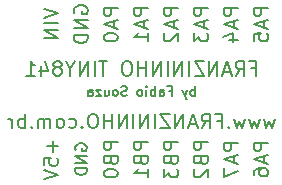
<source format=gbo>
G04 #@! TF.GenerationSoftware,KiCad,Pcbnew,(5.0.0)*
G04 #@! TF.CreationDate,2018-08-19T14:30:57-03:00*
G04 #@! TF.ProjectId,franzininho-tiny841,6672616E7A696E696E686F2D74696E79,rev?*
G04 #@! TF.SameCoordinates,Original*
G04 #@! TF.FileFunction,Legend,Bot*
G04 #@! TF.FilePolarity,Positive*
%FSLAX46Y46*%
G04 Gerber Fmt 4.6, Leading zero omitted, Abs format (unit mm)*
G04 Created by KiCad (PCBNEW (5.0.0)) date 08/19/18 14:30:57*
%MOMM*%
%LPD*%
G01*
G04 APERTURE LIST*
%ADD10C,0.200000*%
G04 APERTURE END LIST*
D10*
X209377142Y-115312857D02*
X209148571Y-116112857D01*
X208920000Y-115541428D01*
X208691428Y-116112857D01*
X208462857Y-115312857D01*
X208120000Y-115312857D02*
X207891428Y-116112857D01*
X207662857Y-115541428D01*
X207434285Y-116112857D01*
X207205714Y-115312857D01*
X206862857Y-115312857D02*
X206634285Y-116112857D01*
X206405714Y-115541428D01*
X206177142Y-116112857D01*
X205948571Y-115312857D01*
X205491428Y-115998571D02*
X205434285Y-116055714D01*
X205491428Y-116112857D01*
X205548571Y-116055714D01*
X205491428Y-115998571D01*
X205491428Y-116112857D01*
X204520000Y-115484285D02*
X204920000Y-115484285D01*
X204920000Y-116112857D02*
X204920000Y-114912857D01*
X204348571Y-114912857D01*
X203205714Y-116112857D02*
X203605714Y-115541428D01*
X203891428Y-116112857D02*
X203891428Y-114912857D01*
X203434285Y-114912857D01*
X203320000Y-114970000D01*
X203262857Y-115027142D01*
X203205714Y-115141428D01*
X203205714Y-115312857D01*
X203262857Y-115427142D01*
X203320000Y-115484285D01*
X203434285Y-115541428D01*
X203891428Y-115541428D01*
X202748571Y-115770000D02*
X202177142Y-115770000D01*
X202862857Y-116112857D02*
X202462857Y-114912857D01*
X202062857Y-116112857D01*
X201662857Y-116112857D02*
X201662857Y-114912857D01*
X200977142Y-116112857D01*
X200977142Y-114912857D01*
X200520000Y-114912857D02*
X199720000Y-114912857D01*
X200520000Y-116112857D01*
X199720000Y-116112857D01*
X199262857Y-116112857D02*
X199262857Y-114912857D01*
X198691428Y-116112857D02*
X198691428Y-114912857D01*
X198005714Y-116112857D01*
X198005714Y-114912857D01*
X197434285Y-116112857D02*
X197434285Y-114912857D01*
X196862857Y-116112857D02*
X196862857Y-114912857D01*
X196177142Y-116112857D01*
X196177142Y-114912857D01*
X195605714Y-116112857D02*
X195605714Y-114912857D01*
X195605714Y-115484285D02*
X194920000Y-115484285D01*
X194920000Y-116112857D02*
X194920000Y-114912857D01*
X194120000Y-114912857D02*
X193891428Y-114912857D01*
X193777142Y-114970000D01*
X193662857Y-115084285D01*
X193605714Y-115312857D01*
X193605714Y-115712857D01*
X193662857Y-115941428D01*
X193777142Y-116055714D01*
X193891428Y-116112857D01*
X194120000Y-116112857D01*
X194234285Y-116055714D01*
X194348571Y-115941428D01*
X194405714Y-115712857D01*
X194405714Y-115312857D01*
X194348571Y-115084285D01*
X194234285Y-114970000D01*
X194120000Y-114912857D01*
X193091428Y-115998571D02*
X193034285Y-116055714D01*
X193091428Y-116112857D01*
X193148571Y-116055714D01*
X193091428Y-115998571D01*
X193091428Y-116112857D01*
X192005714Y-116055714D02*
X192120000Y-116112857D01*
X192348571Y-116112857D01*
X192462857Y-116055714D01*
X192520000Y-115998571D01*
X192577142Y-115884285D01*
X192577142Y-115541428D01*
X192520000Y-115427142D01*
X192462857Y-115370000D01*
X192348571Y-115312857D01*
X192120000Y-115312857D01*
X192005714Y-115370000D01*
X191320000Y-116112857D02*
X191434285Y-116055714D01*
X191491428Y-115998571D01*
X191548571Y-115884285D01*
X191548571Y-115541428D01*
X191491428Y-115427142D01*
X191434285Y-115370000D01*
X191320000Y-115312857D01*
X191148571Y-115312857D01*
X191034285Y-115370000D01*
X190977142Y-115427142D01*
X190920000Y-115541428D01*
X190920000Y-115884285D01*
X190977142Y-115998571D01*
X191034285Y-116055714D01*
X191148571Y-116112857D01*
X191320000Y-116112857D01*
X190405714Y-116112857D02*
X190405714Y-115312857D01*
X190405714Y-115427142D02*
X190348571Y-115370000D01*
X190234285Y-115312857D01*
X190062857Y-115312857D01*
X189948571Y-115370000D01*
X189891428Y-115484285D01*
X189891428Y-116112857D01*
X189891428Y-115484285D02*
X189834285Y-115370000D01*
X189720000Y-115312857D01*
X189548571Y-115312857D01*
X189434285Y-115370000D01*
X189377142Y-115484285D01*
X189377142Y-116112857D01*
X188805714Y-115998571D02*
X188748571Y-116055714D01*
X188805714Y-116112857D01*
X188862857Y-116055714D01*
X188805714Y-115998571D01*
X188805714Y-116112857D01*
X188234285Y-116112857D02*
X188234285Y-114912857D01*
X188234285Y-115370000D02*
X188120000Y-115312857D01*
X187891428Y-115312857D01*
X187777142Y-115370000D01*
X187720000Y-115427142D01*
X187662857Y-115541428D01*
X187662857Y-115884285D01*
X187720000Y-115998571D01*
X187777142Y-116055714D01*
X187891428Y-116112857D01*
X188120000Y-116112857D01*
X188234285Y-116055714D01*
X187148571Y-116112857D02*
X187148571Y-115312857D01*
X187148571Y-115541428D02*
X187091428Y-115427142D01*
X187034285Y-115370000D01*
X186920000Y-115312857D01*
X186805714Y-115312857D01*
X202615238Y-113391904D02*
X202615238Y-112591904D01*
X202615238Y-112896666D02*
X202539047Y-112858571D01*
X202386666Y-112858571D01*
X202310476Y-112896666D01*
X202272380Y-112934761D01*
X202234285Y-113010952D01*
X202234285Y-113239523D01*
X202272380Y-113315714D01*
X202310476Y-113353809D01*
X202386666Y-113391904D01*
X202539047Y-113391904D01*
X202615238Y-113353809D01*
X201967619Y-112858571D02*
X201777142Y-113391904D01*
X201586666Y-112858571D02*
X201777142Y-113391904D01*
X201853333Y-113582380D01*
X201891428Y-113620476D01*
X201967619Y-113658571D01*
X200405714Y-112972857D02*
X200672380Y-112972857D01*
X200672380Y-113391904D02*
X200672380Y-112591904D01*
X200291428Y-112591904D01*
X199643809Y-113391904D02*
X199643809Y-112972857D01*
X199681904Y-112896666D01*
X199758095Y-112858571D01*
X199910476Y-112858571D01*
X199986666Y-112896666D01*
X199643809Y-113353809D02*
X199720000Y-113391904D01*
X199910476Y-113391904D01*
X199986666Y-113353809D01*
X200024761Y-113277619D01*
X200024761Y-113201428D01*
X199986666Y-113125238D01*
X199910476Y-113087142D01*
X199720000Y-113087142D01*
X199643809Y-113049047D01*
X199262857Y-113391904D02*
X199262857Y-112591904D01*
X199262857Y-112896666D02*
X199186666Y-112858571D01*
X199034285Y-112858571D01*
X198958095Y-112896666D01*
X198920000Y-112934761D01*
X198881904Y-113010952D01*
X198881904Y-113239523D01*
X198920000Y-113315714D01*
X198958095Y-113353809D01*
X199034285Y-113391904D01*
X199186666Y-113391904D01*
X199262857Y-113353809D01*
X198539047Y-113391904D02*
X198539047Y-112858571D01*
X198539047Y-112591904D02*
X198577142Y-112630000D01*
X198539047Y-112668095D01*
X198500952Y-112630000D01*
X198539047Y-112591904D01*
X198539047Y-112668095D01*
X198043809Y-113391904D02*
X198120000Y-113353809D01*
X198158095Y-113315714D01*
X198196190Y-113239523D01*
X198196190Y-113010952D01*
X198158095Y-112934761D01*
X198120000Y-112896666D01*
X198043809Y-112858571D01*
X197929523Y-112858571D01*
X197853333Y-112896666D01*
X197815238Y-112934761D01*
X197777142Y-113010952D01*
X197777142Y-113239523D01*
X197815238Y-113315714D01*
X197853333Y-113353809D01*
X197929523Y-113391904D01*
X198043809Y-113391904D01*
X196862857Y-113353809D02*
X196748571Y-113391904D01*
X196558095Y-113391904D01*
X196481904Y-113353809D01*
X196443809Y-113315714D01*
X196405714Y-113239523D01*
X196405714Y-113163333D01*
X196443809Y-113087142D01*
X196481904Y-113049047D01*
X196558095Y-113010952D01*
X196710476Y-112972857D01*
X196786666Y-112934761D01*
X196824761Y-112896666D01*
X196862857Y-112820476D01*
X196862857Y-112744285D01*
X196824761Y-112668095D01*
X196786666Y-112630000D01*
X196710476Y-112591904D01*
X196520000Y-112591904D01*
X196405714Y-112630000D01*
X195948571Y-113391904D02*
X196024761Y-113353809D01*
X196062857Y-113315714D01*
X196100952Y-113239523D01*
X196100952Y-113010952D01*
X196062857Y-112934761D01*
X196024761Y-112896666D01*
X195948571Y-112858571D01*
X195834285Y-112858571D01*
X195758095Y-112896666D01*
X195720000Y-112934761D01*
X195681904Y-113010952D01*
X195681904Y-113239523D01*
X195720000Y-113315714D01*
X195758095Y-113353809D01*
X195834285Y-113391904D01*
X195948571Y-113391904D01*
X194996190Y-112858571D02*
X194996190Y-113391904D01*
X195339047Y-112858571D02*
X195339047Y-113277619D01*
X195300952Y-113353809D01*
X195224761Y-113391904D01*
X195110476Y-113391904D01*
X195034285Y-113353809D01*
X194996190Y-113315714D01*
X194691428Y-112858571D02*
X194272380Y-112858571D01*
X194691428Y-113391904D01*
X194272380Y-113391904D01*
X193624761Y-113391904D02*
X193624761Y-112972857D01*
X193662857Y-112896666D01*
X193739047Y-112858571D01*
X193891428Y-112858571D01*
X193967619Y-112896666D01*
X193624761Y-113353809D02*
X193700952Y-113391904D01*
X193891428Y-113391904D01*
X193967619Y-113353809D01*
X194005714Y-113277619D01*
X194005714Y-113201428D01*
X193967619Y-113125238D01*
X193891428Y-113087142D01*
X193700952Y-113087142D01*
X193624761Y-113049047D01*
X207405714Y-111039285D02*
X207805714Y-111039285D01*
X207805714Y-111667857D02*
X207805714Y-110467857D01*
X207234285Y-110467857D01*
X206091428Y-111667857D02*
X206491428Y-111096428D01*
X206777142Y-111667857D02*
X206777142Y-110467857D01*
X206320000Y-110467857D01*
X206205714Y-110525000D01*
X206148571Y-110582142D01*
X206091428Y-110696428D01*
X206091428Y-110867857D01*
X206148571Y-110982142D01*
X206205714Y-111039285D01*
X206320000Y-111096428D01*
X206777142Y-111096428D01*
X205634285Y-111325000D02*
X205062857Y-111325000D01*
X205748571Y-111667857D02*
X205348571Y-110467857D01*
X204948571Y-111667857D01*
X204548571Y-111667857D02*
X204548571Y-110467857D01*
X203862857Y-111667857D01*
X203862857Y-110467857D01*
X203405714Y-110467857D02*
X202605714Y-110467857D01*
X203405714Y-111667857D01*
X202605714Y-111667857D01*
X202148571Y-111667857D02*
X202148571Y-110467857D01*
X201577142Y-111667857D02*
X201577142Y-110467857D01*
X200891428Y-111667857D01*
X200891428Y-110467857D01*
X200320000Y-111667857D02*
X200320000Y-110467857D01*
X199748571Y-111667857D02*
X199748571Y-110467857D01*
X199062857Y-111667857D01*
X199062857Y-110467857D01*
X198491428Y-111667857D02*
X198491428Y-110467857D01*
X198491428Y-111039285D02*
X197805714Y-111039285D01*
X197805714Y-111667857D02*
X197805714Y-110467857D01*
X197005714Y-110467857D02*
X196777142Y-110467857D01*
X196662857Y-110525000D01*
X196548571Y-110639285D01*
X196491428Y-110867857D01*
X196491428Y-111267857D01*
X196548571Y-111496428D01*
X196662857Y-111610714D01*
X196777142Y-111667857D01*
X197005714Y-111667857D01*
X197120000Y-111610714D01*
X197234285Y-111496428D01*
X197291428Y-111267857D01*
X197291428Y-110867857D01*
X197234285Y-110639285D01*
X197120000Y-110525000D01*
X197005714Y-110467857D01*
X195234285Y-110467857D02*
X194548571Y-110467857D01*
X194891428Y-111667857D02*
X194891428Y-110467857D01*
X194148571Y-111667857D02*
X194148571Y-110467857D01*
X193577142Y-111667857D02*
X193577142Y-110467857D01*
X192891428Y-111667857D01*
X192891428Y-110467857D01*
X192091428Y-111096428D02*
X192091428Y-111667857D01*
X192491428Y-110467857D02*
X192091428Y-111096428D01*
X191691428Y-110467857D01*
X191120000Y-110982142D02*
X191234285Y-110925000D01*
X191291428Y-110867857D01*
X191348571Y-110753571D01*
X191348571Y-110696428D01*
X191291428Y-110582142D01*
X191234285Y-110525000D01*
X191120000Y-110467857D01*
X190891428Y-110467857D01*
X190777142Y-110525000D01*
X190720000Y-110582142D01*
X190662857Y-110696428D01*
X190662857Y-110753571D01*
X190720000Y-110867857D01*
X190777142Y-110925000D01*
X190891428Y-110982142D01*
X191120000Y-110982142D01*
X191234285Y-111039285D01*
X191291428Y-111096428D01*
X191348571Y-111210714D01*
X191348571Y-111439285D01*
X191291428Y-111553571D01*
X191234285Y-111610714D01*
X191120000Y-111667857D01*
X190891428Y-111667857D01*
X190777142Y-111610714D01*
X190720000Y-111553571D01*
X190662857Y-111439285D01*
X190662857Y-111210714D01*
X190720000Y-111096428D01*
X190777142Y-111039285D01*
X190891428Y-110982142D01*
X189634285Y-110867857D02*
X189634285Y-111667857D01*
X189920000Y-110410714D02*
X190205714Y-111267857D01*
X189462857Y-111267857D01*
X188377142Y-111667857D02*
X189062857Y-111667857D01*
X188720000Y-111667857D02*
X188720000Y-110467857D01*
X188834285Y-110639285D01*
X188948571Y-110753571D01*
X189062857Y-110810714D01*
X189842857Y-106000714D02*
X191042857Y-106400714D01*
X189842857Y-106800714D01*
X191042857Y-107200714D02*
X189842857Y-107200714D01*
X191042857Y-107772142D02*
X189842857Y-107772142D01*
X191042857Y-108457857D01*
X189842857Y-108457857D01*
X192440000Y-106400714D02*
X192382857Y-106286428D01*
X192382857Y-106115000D01*
X192440000Y-105943571D01*
X192554285Y-105829285D01*
X192668571Y-105772142D01*
X192897142Y-105715000D01*
X193068571Y-105715000D01*
X193297142Y-105772142D01*
X193411428Y-105829285D01*
X193525714Y-105943571D01*
X193582857Y-106115000D01*
X193582857Y-106229285D01*
X193525714Y-106400714D01*
X193468571Y-106457857D01*
X193068571Y-106457857D01*
X193068571Y-106229285D01*
X193582857Y-106972142D02*
X192382857Y-106972142D01*
X193582857Y-107657857D01*
X192382857Y-107657857D01*
X193582857Y-108229285D02*
X192382857Y-108229285D01*
X192382857Y-108515000D01*
X192440000Y-108686428D01*
X192554285Y-108800714D01*
X192668571Y-108857857D01*
X192897142Y-108915000D01*
X193068571Y-108915000D01*
X193297142Y-108857857D01*
X193411428Y-108800714D01*
X193525714Y-108686428D01*
X193582857Y-108515000D01*
X193582857Y-108229285D01*
X190585714Y-117202142D02*
X190585714Y-118116428D01*
X191042857Y-117659285D02*
X190128571Y-117659285D01*
X189842857Y-119259285D02*
X189842857Y-118687857D01*
X190414285Y-118630714D01*
X190357142Y-118687857D01*
X190300000Y-118802142D01*
X190300000Y-119087857D01*
X190357142Y-119202142D01*
X190414285Y-119259285D01*
X190528571Y-119316428D01*
X190814285Y-119316428D01*
X190928571Y-119259285D01*
X190985714Y-119202142D01*
X191042857Y-119087857D01*
X191042857Y-118802142D01*
X190985714Y-118687857D01*
X190928571Y-118630714D01*
X189842857Y-119659285D02*
X191042857Y-120059285D01*
X189842857Y-120459285D01*
X192540000Y-117983095D02*
X192492380Y-117887857D01*
X192492380Y-117745000D01*
X192540000Y-117602142D01*
X192635238Y-117506904D01*
X192730476Y-117459285D01*
X192920952Y-117411666D01*
X193063809Y-117411666D01*
X193254285Y-117459285D01*
X193349523Y-117506904D01*
X193444761Y-117602142D01*
X193492380Y-117745000D01*
X193492380Y-117840238D01*
X193444761Y-117983095D01*
X193397142Y-118030714D01*
X193063809Y-118030714D01*
X193063809Y-117840238D01*
X193492380Y-118459285D02*
X192492380Y-118459285D01*
X193492380Y-119030714D01*
X192492380Y-119030714D01*
X193492380Y-119506904D02*
X192492380Y-119506904D01*
X192492380Y-119745000D01*
X192540000Y-119887857D01*
X192635238Y-119983095D01*
X192730476Y-120030714D01*
X192920952Y-120078333D01*
X193063809Y-120078333D01*
X193254285Y-120030714D01*
X193349523Y-119983095D01*
X193444761Y-119887857D01*
X193492380Y-119745000D01*
X193492380Y-119506904D01*
X196122857Y-117259285D02*
X194922857Y-117259285D01*
X194922857Y-117716428D01*
X194980000Y-117830714D01*
X195037142Y-117887857D01*
X195151428Y-117945000D01*
X195322857Y-117945000D01*
X195437142Y-117887857D01*
X195494285Y-117830714D01*
X195551428Y-117716428D01*
X195551428Y-117259285D01*
X195494285Y-118859285D02*
X195551428Y-119030714D01*
X195608571Y-119087857D01*
X195722857Y-119145000D01*
X195894285Y-119145000D01*
X196008571Y-119087857D01*
X196065714Y-119030714D01*
X196122857Y-118916428D01*
X196122857Y-118459285D01*
X194922857Y-118459285D01*
X194922857Y-118859285D01*
X194980000Y-118973571D01*
X195037142Y-119030714D01*
X195151428Y-119087857D01*
X195265714Y-119087857D01*
X195380000Y-119030714D01*
X195437142Y-118973571D01*
X195494285Y-118859285D01*
X195494285Y-118459285D01*
X194922857Y-119887857D02*
X194922857Y-120002142D01*
X194980000Y-120116428D01*
X195037142Y-120173571D01*
X195151428Y-120230714D01*
X195380000Y-120287857D01*
X195665714Y-120287857D01*
X195894285Y-120230714D01*
X196008571Y-120173571D01*
X196065714Y-120116428D01*
X196122857Y-120002142D01*
X196122857Y-119887857D01*
X196065714Y-119773571D01*
X196008571Y-119716428D01*
X195894285Y-119659285D01*
X195665714Y-119602142D01*
X195380000Y-119602142D01*
X195151428Y-119659285D01*
X195037142Y-119716428D01*
X194980000Y-119773571D01*
X194922857Y-119887857D01*
X198662857Y-117259285D02*
X197462857Y-117259285D01*
X197462857Y-117716428D01*
X197520000Y-117830714D01*
X197577142Y-117887857D01*
X197691428Y-117945000D01*
X197862857Y-117945000D01*
X197977142Y-117887857D01*
X198034285Y-117830714D01*
X198091428Y-117716428D01*
X198091428Y-117259285D01*
X198034285Y-118859285D02*
X198091428Y-119030714D01*
X198148571Y-119087857D01*
X198262857Y-119145000D01*
X198434285Y-119145000D01*
X198548571Y-119087857D01*
X198605714Y-119030714D01*
X198662857Y-118916428D01*
X198662857Y-118459285D01*
X197462857Y-118459285D01*
X197462857Y-118859285D01*
X197520000Y-118973571D01*
X197577142Y-119030714D01*
X197691428Y-119087857D01*
X197805714Y-119087857D01*
X197920000Y-119030714D01*
X197977142Y-118973571D01*
X198034285Y-118859285D01*
X198034285Y-118459285D01*
X198662857Y-120287857D02*
X198662857Y-119602142D01*
X198662857Y-119945000D02*
X197462857Y-119945000D01*
X197634285Y-119830714D01*
X197748571Y-119716428D01*
X197805714Y-119602142D01*
X201202857Y-117259285D02*
X200002857Y-117259285D01*
X200002857Y-117716428D01*
X200060000Y-117830714D01*
X200117142Y-117887857D01*
X200231428Y-117945000D01*
X200402857Y-117945000D01*
X200517142Y-117887857D01*
X200574285Y-117830714D01*
X200631428Y-117716428D01*
X200631428Y-117259285D01*
X200574285Y-118859285D02*
X200631428Y-119030714D01*
X200688571Y-119087857D01*
X200802857Y-119145000D01*
X200974285Y-119145000D01*
X201088571Y-119087857D01*
X201145714Y-119030714D01*
X201202857Y-118916428D01*
X201202857Y-118459285D01*
X200002857Y-118459285D01*
X200002857Y-118859285D01*
X200060000Y-118973571D01*
X200117142Y-119030714D01*
X200231428Y-119087857D01*
X200345714Y-119087857D01*
X200460000Y-119030714D01*
X200517142Y-118973571D01*
X200574285Y-118859285D01*
X200574285Y-118459285D01*
X200002857Y-119545000D02*
X200002857Y-120287857D01*
X200460000Y-119887857D01*
X200460000Y-120059285D01*
X200517142Y-120173571D01*
X200574285Y-120230714D01*
X200688571Y-120287857D01*
X200974285Y-120287857D01*
X201088571Y-120230714D01*
X201145714Y-120173571D01*
X201202857Y-120059285D01*
X201202857Y-119716428D01*
X201145714Y-119602142D01*
X201088571Y-119545000D01*
X203742857Y-117259285D02*
X202542857Y-117259285D01*
X202542857Y-117716428D01*
X202600000Y-117830714D01*
X202657142Y-117887857D01*
X202771428Y-117945000D01*
X202942857Y-117945000D01*
X203057142Y-117887857D01*
X203114285Y-117830714D01*
X203171428Y-117716428D01*
X203171428Y-117259285D01*
X203114285Y-118859285D02*
X203171428Y-119030714D01*
X203228571Y-119087857D01*
X203342857Y-119145000D01*
X203514285Y-119145000D01*
X203628571Y-119087857D01*
X203685714Y-119030714D01*
X203742857Y-118916428D01*
X203742857Y-118459285D01*
X202542857Y-118459285D01*
X202542857Y-118859285D01*
X202600000Y-118973571D01*
X202657142Y-119030714D01*
X202771428Y-119087857D01*
X202885714Y-119087857D01*
X203000000Y-119030714D01*
X203057142Y-118973571D01*
X203114285Y-118859285D01*
X203114285Y-118459285D01*
X202657142Y-119602142D02*
X202600000Y-119659285D01*
X202542857Y-119773571D01*
X202542857Y-120059285D01*
X202600000Y-120173571D01*
X202657142Y-120230714D01*
X202771428Y-120287857D01*
X202885714Y-120287857D01*
X203057142Y-120230714D01*
X203742857Y-119545000D01*
X203742857Y-120287857D01*
X206282857Y-117345000D02*
X205082857Y-117345000D01*
X205082857Y-117802142D01*
X205140000Y-117916428D01*
X205197142Y-117973571D01*
X205311428Y-118030714D01*
X205482857Y-118030714D01*
X205597142Y-117973571D01*
X205654285Y-117916428D01*
X205711428Y-117802142D01*
X205711428Y-117345000D01*
X205940000Y-118487857D02*
X205940000Y-119059285D01*
X206282857Y-118373571D02*
X205082857Y-118773571D01*
X206282857Y-119173571D01*
X205082857Y-119459285D02*
X205082857Y-120259285D01*
X206282857Y-119745000D01*
X208822857Y-117345000D02*
X207622857Y-117345000D01*
X207622857Y-117802142D01*
X207680000Y-117916428D01*
X207737142Y-117973571D01*
X207851428Y-118030714D01*
X208022857Y-118030714D01*
X208137142Y-117973571D01*
X208194285Y-117916428D01*
X208251428Y-117802142D01*
X208251428Y-117345000D01*
X208480000Y-118487857D02*
X208480000Y-119059285D01*
X208822857Y-118373571D02*
X207622857Y-118773571D01*
X208822857Y-119173571D01*
X207622857Y-120087857D02*
X207622857Y-119859285D01*
X207680000Y-119745000D01*
X207737142Y-119687857D01*
X207908571Y-119573571D01*
X208137142Y-119516428D01*
X208594285Y-119516428D01*
X208708571Y-119573571D01*
X208765714Y-119630714D01*
X208822857Y-119745000D01*
X208822857Y-119973571D01*
X208765714Y-120087857D01*
X208708571Y-120145000D01*
X208594285Y-120202142D01*
X208308571Y-120202142D01*
X208194285Y-120145000D01*
X208137142Y-120087857D01*
X208080000Y-119973571D01*
X208080000Y-119745000D01*
X208137142Y-119630714D01*
X208194285Y-119573571D01*
X208308571Y-119516428D01*
X208822857Y-105915000D02*
X207622857Y-105915000D01*
X207622857Y-106372142D01*
X207680000Y-106486428D01*
X207737142Y-106543571D01*
X207851428Y-106600714D01*
X208022857Y-106600714D01*
X208137142Y-106543571D01*
X208194285Y-106486428D01*
X208251428Y-106372142D01*
X208251428Y-105915000D01*
X208480000Y-107057857D02*
X208480000Y-107629285D01*
X208822857Y-106943571D02*
X207622857Y-107343571D01*
X208822857Y-107743571D01*
X207622857Y-108715000D02*
X207622857Y-108143571D01*
X208194285Y-108086428D01*
X208137142Y-108143571D01*
X208080000Y-108257857D01*
X208080000Y-108543571D01*
X208137142Y-108657857D01*
X208194285Y-108715000D01*
X208308571Y-108772142D01*
X208594285Y-108772142D01*
X208708571Y-108715000D01*
X208765714Y-108657857D01*
X208822857Y-108543571D01*
X208822857Y-108257857D01*
X208765714Y-108143571D01*
X208708571Y-108086428D01*
X206282857Y-105915000D02*
X205082857Y-105915000D01*
X205082857Y-106372142D01*
X205140000Y-106486428D01*
X205197142Y-106543571D01*
X205311428Y-106600714D01*
X205482857Y-106600714D01*
X205597142Y-106543571D01*
X205654285Y-106486428D01*
X205711428Y-106372142D01*
X205711428Y-105915000D01*
X205940000Y-107057857D02*
X205940000Y-107629285D01*
X206282857Y-106943571D02*
X205082857Y-107343571D01*
X206282857Y-107743571D01*
X205482857Y-108657857D02*
X206282857Y-108657857D01*
X205025714Y-108372142D02*
X205882857Y-108086428D01*
X205882857Y-108829285D01*
X203742857Y-105915000D02*
X202542857Y-105915000D01*
X202542857Y-106372142D01*
X202600000Y-106486428D01*
X202657142Y-106543571D01*
X202771428Y-106600714D01*
X202942857Y-106600714D01*
X203057142Y-106543571D01*
X203114285Y-106486428D01*
X203171428Y-106372142D01*
X203171428Y-105915000D01*
X203400000Y-107057857D02*
X203400000Y-107629285D01*
X203742857Y-106943571D02*
X202542857Y-107343571D01*
X203742857Y-107743571D01*
X202542857Y-108029285D02*
X202542857Y-108772142D01*
X203000000Y-108372142D01*
X203000000Y-108543571D01*
X203057142Y-108657857D01*
X203114285Y-108715000D01*
X203228571Y-108772142D01*
X203514285Y-108772142D01*
X203628571Y-108715000D01*
X203685714Y-108657857D01*
X203742857Y-108543571D01*
X203742857Y-108200714D01*
X203685714Y-108086428D01*
X203628571Y-108029285D01*
X201202857Y-105915000D02*
X200002857Y-105915000D01*
X200002857Y-106372142D01*
X200060000Y-106486428D01*
X200117142Y-106543571D01*
X200231428Y-106600714D01*
X200402857Y-106600714D01*
X200517142Y-106543571D01*
X200574285Y-106486428D01*
X200631428Y-106372142D01*
X200631428Y-105915000D01*
X200860000Y-107057857D02*
X200860000Y-107629285D01*
X201202857Y-106943571D02*
X200002857Y-107343571D01*
X201202857Y-107743571D01*
X200117142Y-108086428D02*
X200060000Y-108143571D01*
X200002857Y-108257857D01*
X200002857Y-108543571D01*
X200060000Y-108657857D01*
X200117142Y-108715000D01*
X200231428Y-108772142D01*
X200345714Y-108772142D01*
X200517142Y-108715000D01*
X201202857Y-108029285D01*
X201202857Y-108772142D01*
X198662857Y-105915000D02*
X197462857Y-105915000D01*
X197462857Y-106372142D01*
X197520000Y-106486428D01*
X197577142Y-106543571D01*
X197691428Y-106600714D01*
X197862857Y-106600714D01*
X197977142Y-106543571D01*
X198034285Y-106486428D01*
X198091428Y-106372142D01*
X198091428Y-105915000D01*
X198320000Y-107057857D02*
X198320000Y-107629285D01*
X198662857Y-106943571D02*
X197462857Y-107343571D01*
X198662857Y-107743571D01*
X198662857Y-108772142D02*
X198662857Y-108086428D01*
X198662857Y-108429285D02*
X197462857Y-108429285D01*
X197634285Y-108315000D01*
X197748571Y-108200714D01*
X197805714Y-108086428D01*
X196122857Y-105915000D02*
X194922857Y-105915000D01*
X194922857Y-106372142D01*
X194980000Y-106486428D01*
X195037142Y-106543571D01*
X195151428Y-106600714D01*
X195322857Y-106600714D01*
X195437142Y-106543571D01*
X195494285Y-106486428D01*
X195551428Y-106372142D01*
X195551428Y-105915000D01*
X195780000Y-107057857D02*
X195780000Y-107629285D01*
X196122857Y-106943571D02*
X194922857Y-107343571D01*
X196122857Y-107743571D01*
X194922857Y-108372142D02*
X194922857Y-108486428D01*
X194980000Y-108600714D01*
X195037142Y-108657857D01*
X195151428Y-108715000D01*
X195380000Y-108772142D01*
X195665714Y-108772142D01*
X195894285Y-108715000D01*
X196008571Y-108657857D01*
X196065714Y-108600714D01*
X196122857Y-108486428D01*
X196122857Y-108372142D01*
X196065714Y-108257857D01*
X196008571Y-108200714D01*
X195894285Y-108143571D01*
X195665714Y-108086428D01*
X195380000Y-108086428D01*
X195151428Y-108143571D01*
X195037142Y-108200714D01*
X194980000Y-108257857D01*
X194922857Y-108372142D01*
M02*

</source>
